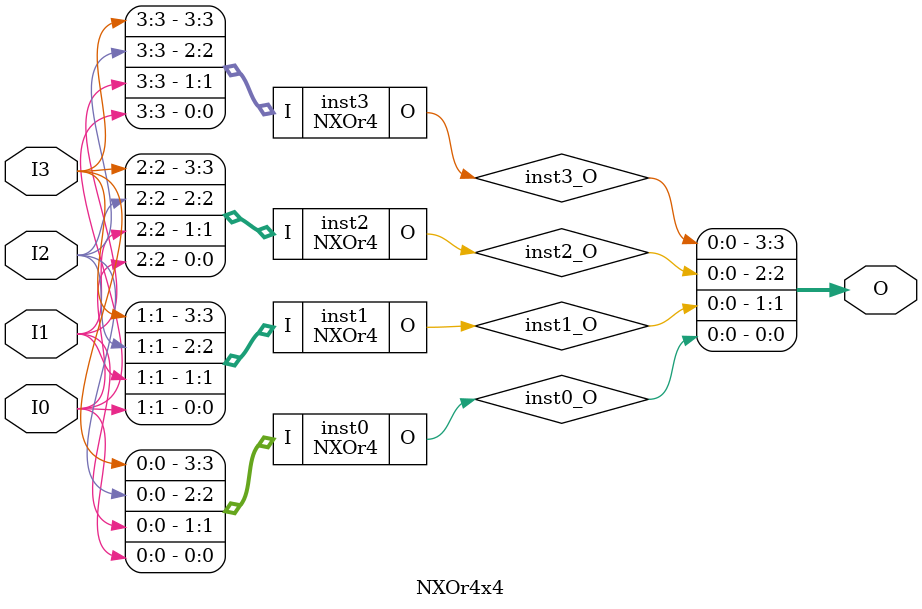
<source format=v>
module NXOr4 (input [3:0] I, output  O);
wire  inst0_O;
SB_LUT4 #(.LUT_INIT(16'h9669)) inst0 (.I0(I[0]), .I1(I[1]), .I2(I[2]), .I3(I[3]), .O(inst0_O));
assign O = inst0_O;
endmodule

module NXOr4x4 (input [3:0] I0, input [3:0] I1, input [3:0] I2, input [3:0] I3, output [3:0] O);
wire  inst0_O;
wire  inst1_O;
wire  inst2_O;
wire  inst3_O;
NXOr4 inst0 (.I({I3[0],I2[0],I1[0],I0[0]}), .O(inst0_O));
NXOr4 inst1 (.I({I3[1],I2[1],I1[1],I0[1]}), .O(inst1_O));
NXOr4 inst2 (.I({I3[2],I2[2],I1[2],I0[2]}), .O(inst2_O));
NXOr4 inst3 (.I({I3[3],I2[3],I1[3],I0[3]}), .O(inst3_O));
assign O = {inst3_O,inst2_O,inst1_O,inst0_O};
endmodule


</source>
